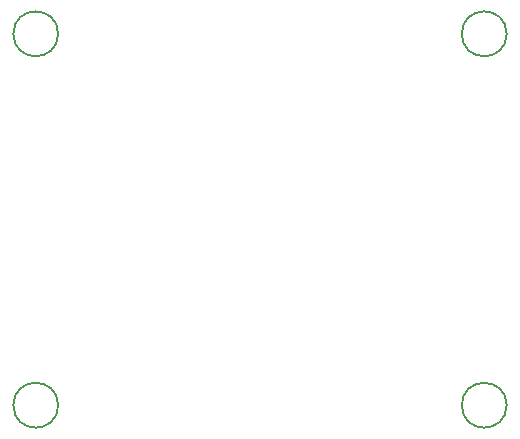
<source format=gbr>
%TF.GenerationSoftware,KiCad,Pcbnew,7.0.7*%
%TF.CreationDate,2023-09-18T16:24:31-07:00*%
%TF.ProjectId,pi_pico_dds,70695f70-6963-46f5-9f64-64732e6b6963,rev?*%
%TF.SameCoordinates,Original*%
%TF.FileFunction,Other,Comment*%
%FSLAX46Y46*%
G04 Gerber Fmt 4.6, Leading zero omitted, Abs format (unit mm)*
G04 Created by KiCad (PCBNEW 7.0.7) date 2023-09-18 16:24:31*
%MOMM*%
%LPD*%
G01*
G04 APERTURE LIST*
%ADD10C,0.150000*%
G04 APERTURE END LIST*
D10*
%TO.C,H1*%
X207640000Y-67614800D02*
G75*
G03*
X207640000Y-67614800I-1900000J0D01*
G01*
%TO.C,H2*%
X207640000Y-99060000D02*
G75*
G03*
X207640000Y-99060000I-1900000J0D01*
G01*
%TO.C,H3*%
X169667000Y-99060000D02*
G75*
G03*
X169667000Y-99060000I-1900000J0D01*
G01*
%TO.C,H4*%
X169667000Y-67614800D02*
G75*
G03*
X169667000Y-67614800I-1900000J0D01*
G01*
%TD*%
M02*

</source>
